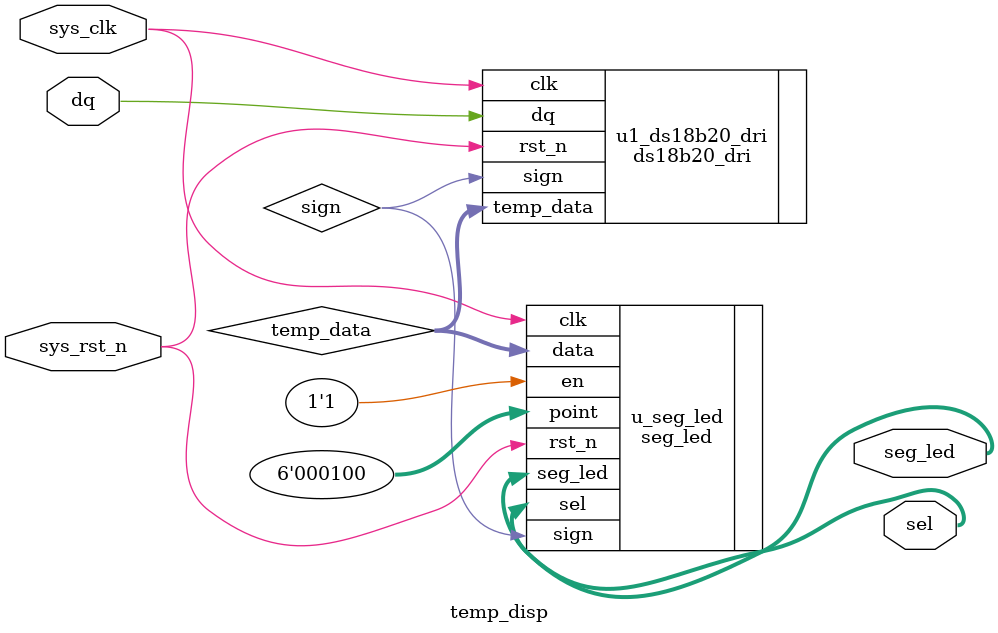
<source format=v>

module temp_disp(
    input            sys_clk     ,    //输入的系统时钟
    input            sys_rst_n   ,    //输入的复位信号
    inout            dq          ,    //ds18b20温度传感器单总线
    output  [5:0]    sel         ,    //输出数码管位选信号
    output  [7:0]    seg_led          //输出数码管段选信号
);

//parameter define
parameter POINT = 6'b000100;          // 数码管小数点的位置

//wire define
wire    [19:0]  temp_data;            // 温度数值
wire            sign;                 // 符号位

//*****************************************************
//**                    main code
//*****************************************************

//例化动态数码管驱动模块
seg_led u_seg_led(
    //module clock
    .clk           (sys_clk  ),       // 时钟信号
    .rst_n         (sys_rst_n),       // 复位信号
    //seg_led interface
    .sel           (sel      ),       // 位选
    .seg_led       (seg_led  ),       // 段选
    //user interface
    .data          (temp_data),       // 显示的数值
    .point         (POINT    ),       // 小数点具体显示的位置,从高到低,高电平有效
    .en            (1'b1     ),       // 数码管使能信号
    .sign          (sign     )        // 符号位（高电平显示“-”号）
);

//例化DS18B20驱动模块
ds18b20_dri u1_ds18b20_dri(
    //module clock
    .clk          (sys_clk  ),        // 时钟信号（50MHz）
    .rst_n        (sys_rst_n),        // 复位信号
    //user interface
    .dq           (dq       ),        // DS18B20的DQ引脚数据
    .temp_data    (temp_data),        // 转换后得到的温度值
    .sign         (sign     )         // 符号位
);

endmodule
</source>
